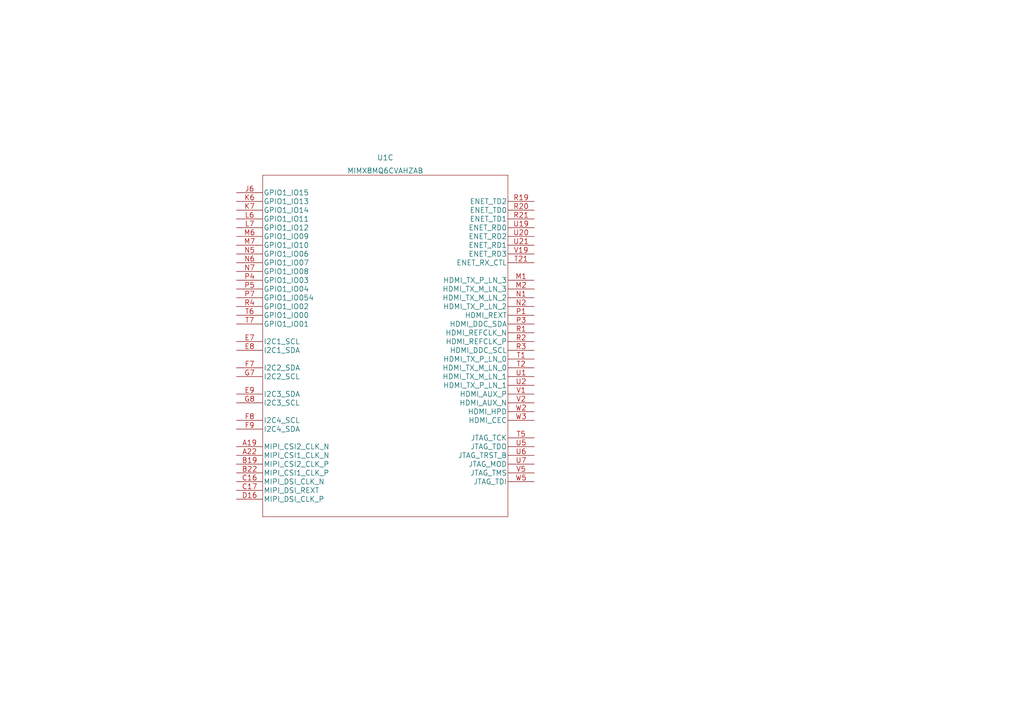
<source format=kicad_sch>
(kicad_sch (version 20230121) (generator eeschema)
  (paper "A4")
  (lib_symbols
    (symbol "_MIMX8MQ6CVAHZAB:MIMX8MQ6CVAHZAB" (pin_names (offset 0.254))
      (property "Reference" "U" (at 27.94 12.7 0))
      (property "Value" "MIMX8MQ6CVAHZAB" (at 27.94 10.16 0))
      (symbol "MIMX8MQ6CVAHZAB_1_1"
        (pin bidirectional line (at 0 0 0) (length 7.62) (name "CLK1_P") (number "R23"))
        (pin bidirectional line (at 55.88 -7.62 180) (length 7.62) (name "CLK2_P") (number "T22"))
        (pin bidirectional line (at 0 -2.54 0) (length 7.62) (name "CLK1_N") (number "T23"))
        (pin bidirectional line (at 55.88 -10.16 180) (length 7.62) (name "CLK2_N") (number "U22"))
        (pin bidirectional line (at 55.88 0 180) (length 7.62) (name "BOOT_MODE1") (number "V6"))
        (pin bidirectional line (at 55.88 -2.54 180) (length 7.62) (name "BOOT_MODE0") (number "W6"))
      )
      (symbol "MIMX8MQ6CVAHZAB_2_1"
        (pin bidirectional line (at 76.2 -91.44 180) (length 7.62) (name "ECSPI1_MOSI") (number "A4"))
        (pin bidirectional line (at 76.2 -93.98 180) (length 7.62) (name "ECSPI2_SS0") (number "A5"))
        (pin bidirectional line (at 0 -2.54 0) (length 7.62) (name "DRAM_DQ22") (number "AA1"))
        (pin bidirectional line (at 0 -78.74 0) (length 7.62) (name "DRAM_AC27") (number "AA12"))
        (pin bidirectional line (at 0 -81.28 0) (length 7.62) (name "DRAM_ZN") (number "AA13"))
        (pin bidirectional line (at 0 -83.82 0) (length 7.62) (name "DRAM_DQ15") (number "AA17"))
        (pin bidirectional line (at 0 -86.36 0) (length 7.62) (name "DRAM_DQ12") (number "AA18"))
        (pin bidirectional line (at 0 -88.9 0) (length 7.62) (name "DRAM_DQ14") (number "AA19"))
        (pin bidirectional line (at 0 -5.08 0) (length 7.62) (name "DRAM_DQ20") (number "AA2"))
        (pin bidirectional line (at 0 -91.44 0) (length 7.62) (name "DRAM_DQ11") (number "AA20"))
        (pin bidirectional line (at 0 -93.98 0) (length 7.62) (name "DRAM_DQ09") (number "AA22"))
        (pin bidirectional line (at 0 -96.52 0) (length 7.62) (name "DRAM_DQ10") (number "AA23"))
        (pin bidirectional line (at 0 -99.06 0) (length 7.62) (name "DRAM_DQ04") (number "AA24"))
        (pin bidirectional line (at 0 -101.6 0) (length 7.62) (name "DRAM_DQ06") (number "AA25"))
        (pin bidirectional line (at 0 -7.62 0) (length 7.62) (name "DRAM_DQ26") (number "AA3"))
        (pin bidirectional line (at 0 -10.16 0) (length 7.62) (name "DRAM_DQ25") (number "AA4"))
        (pin bidirectional line (at 0 -12.7 0) (length 7.62) (name "DRAM_DQ27") (number "AA6"))
        (pin bidirectional line (at 0 -15.24 0) (length 7.62) (name "DRAM_DQ30") (number "AA7"))
        (pin bidirectional line (at 0 -17.78 0) (length 7.62) (name "DRAM_DQ28") (number "AA8"))
        (pin bidirectional line (at 0 -20.32 0) (length 7.62) (name "DRAM_DQ31") (number "AA9"))
        (pin bidirectional line (at 0 -22.86 0) (length 7.62) (name "DRAM_DQ23") (number "AB1"))
        (pin bidirectional line (at 0 -104.14 0) (length 7.62) (name "DRAM_AC35") (number "AB10"))
        (pin bidirectional line (at 0 -106.68 0) (length 7.62) (name "DRAM_AC26") (number "AB12"))
        (pin bidirectional line (at 0 -109.22 0) (length 7.62) (name "DRAM_RESET_N") (number "AB13"))
        (pin bidirectional line (at 0 -111.76 0) (length 7.62) (name "DRAM_AC19") (number "AB14"))
        (pin bidirectional line (at 0 -114.3 0) (length 7.62) (name "DRAM_AC07") (number "AB15"))
        (pin bidirectional line (at 0 -116.84 0) (length 7.62) (name "DRAM_AC14") (number "AB16"))
        (pin bidirectional line (at 0 -119.38 0) (length 7.62) (name "DRAM_DQ13") (number "AB19"))
        (pin bidirectional line (at 0 -121.92 0) (length 7.62) (name "DRAM_DM1") (number "AB20"))
        (pin bidirectional line (at 0 -124.46 0) (length 7.62) (name "DRAM_DQS1_P") (number "AB21"))
        (pin bidirectional line (at 76.2 0 180) (length 7.62) (name "DRAM_DQ08") (number "AB22"))
        (pin bidirectional line (at 76.2 -2.54 180) (length 7.62) (name "DRAM_DQ07") (number "AB25"))
        (pin bidirectional line (at 0 -25.4 0) (length 7.62) (name "DRAM_DQ24") (number "AB4"))
        (pin bidirectional line (at 0 -27.94 0) (length 7.62) (name "DRAM_DQS3_P") (number "AB5"))
        (pin bidirectional line (at 0 -30.48 0) (length 7.62) (name "DRAM_DM3") (number "AB6"))
        (pin bidirectional line (at 0 -33.02 0) (length 7.62) (name "DRAM_DQ29") (number "AB7"))
        (pin bidirectional line (at 0 -35.56 0) (length 7.62) (name "DRAM_DQS2_N") (number "AC1"))
        (pin bidirectional line (at 76.2 -5.08 180) (length 7.62) (name "DRAM_AC34") (number "AC10"))
        (pin bidirectional line (at 76.2 -7.62 180) (length 7.62) (name "DRAM_AC38") (number "AC11"))
        (pin bidirectional line (at 76.2 -10.16 180) (length 7.62) (name "DRAM_AC36") (number "AC12"))
        (pin bidirectional line (at 76.2 -12.7 180) (length 7.62) (name "DRAM_ALERT_N") (number "AC13"))
        (pin bidirectional line (at 76.2 -15.24 180) (length 7.62) (name "DRAM_AC15") (number "AC15"))
        (pin bidirectional line (at 76.2 -17.78 180) (length 7.62) (name "DRAM_AC00") (number "AC16"))
        (pin bidirectional line (at 76.2 -20.32 180) (length 7.62) (name "DRAM_AC03") (number "AC18"))
        (pin bidirectional line (at 0 -38.1 0) (length 7.62) (name "DRAM_DQS2_P") (number "AC2"))
        (pin bidirectional line (at 76.2 -22.86 180) (length 7.62) (name "DRAM_DQS1_N") (number "AC21"))
        (pin bidirectional line (at 76.2 -25.4 180) (length 7.62) (name "DRAM_DQS0_P") (number "AC24"))
        (pin bidirectional line (at 76.2 -27.94 180) (length 7.62) (name "DRAM_DQS0_N") (number "AC25"))
        (pin bidirectional line (at 0 -40.64 0) (length 7.62) (name "DRAM_DQS3_N") (number "AC5"))
        (pin bidirectional line (at 0 -43.18 0) (length 7.62) (name "DRAM_AC28") (number "AC7"))
        (pin bidirectional line (at 0 -45.72 0) (length 7.62) (name "DRAM_AC23") (number "AC9"))
        (pin bidirectional line (at 76.2 -30.48 180) (length 7.62) (name "DRAM_AC20") (number "AD10"))
        (pin bidirectional line (at 76.2 -33.02 180) (length 7.62) (name "DRAM_AC24") (number "AD12"))
        (pin bidirectional line (at 76.2 -35.56 180) (length 7.62) (name "DRAM_AC04") (number "AD14"))
        (pin bidirectional line (at 76.2 -38.1 180) (length 7.62) (name "DRAM_AC17") (number "AD15"))
        (pin bidirectional line (at 76.2 -40.64 180) (length 7.62) (name "DRAM_AC08") (number "AD17"))
        (pin bidirectional line (at 76.2 -43.18 180) (length 7.62) (name "DRAM_AC12") (number "AD19"))
        (pin bidirectional line (at 0 -48.26 0) (length 7.62) (name "DRAM_DQ17") (number "AD2"))
        (pin bidirectional line (at 76.2 -45.72 180) (length 7.62) (name "DRAM_AC10") (number "AD20"))
        (pin bidirectional line (at 76.2 -48.26 180) (length 7.62) (name "DRAM_DQ03") (number "AD22"))
        (pin bidirectional line (at 76.2 -50.8 180) (length 7.62) (name "DRAM_DM0") (number "AD23"))
        (pin bidirectional line (at 76.2 -53.34 180) (length 7.62) (name "DRAM_DQ01") (number "AD24"))
        (pin bidirectional line (at 0 -50.8 0) (length 7.62) (name "DRAM_DM2") (number "AD3"))
        (pin bidirectional line (at 0 -53.34 0) (length 7.62) (name "DRAM_DQ19") (number "AD4"))
        (pin bidirectional line (at 0 -55.88 0) (length 7.62) (name "DRAM_AC31") (number "AD6"))
        (pin bidirectional line (at 0 -58.42 0) (length 7.62) (name "DRAM_AC22") (number "AD8"))
        (pin bidirectional line (at 76.2 -55.88 180) (length 7.62) (name "DRAM_AC21") (number "AE10"))
        (pin bidirectional line (at 76.2 -58.42 180) (length 7.62) (name "DRAM_AC37") (number "AE11"))
        (pin bidirectional line (at 76.2 -60.96 180) (length 7.62) (name "DRAM_AC25") (number "AE12"))
        (pin bidirectional line (at 76.2 -63.5 180) (length 7.62) (name "DRAM_AC06") (number "AE13"))
        (pin bidirectional line (at 76.2 -66.04 180) (length 7.62) (name "DRAM_AC05") (number "AE14"))
        (pin bidirectional line (at 76.2 -68.58 180) (length 7.62) (name "DRAM_AC16") (number "AE15"))
        (pin bidirectional line (at 76.2 -71.12 180) (length 7.62) (name "DRAM_AC09") (number "AE16"))
        (pin bidirectional line (at 76.2 -73.66 180) (length 7.62) (name "DRAM_AC01") (number "AE17"))
        (pin bidirectional line (at 76.2 -76.2 180) (length 7.62) (name "DRAM_AC02") (number "AE18"))
        (pin bidirectional line (at 76.2 -78.74 180) (length 7.62) (name "DRAM_AC13") (number "AE19"))
        (pin bidirectional line (at 76.2 -81.28 180) (length 7.62) (name "DRAM_AC11") (number "AE20"))
        (pin bidirectional line (at 76.2 -83.82 180) (length 7.62) (name "DRAM_DQ02") (number "AE22"))
        (pin bidirectional line (at 76.2 -86.36 180) (length 7.62) (name "DRAM_DQ00") (number "AE23"))
        (pin bidirectional line (at 0 -60.96 0) (length 7.62) (name "DRAM_DQ16") (number "AE3"))
        (pin bidirectional line (at 0 -63.5 0) (length 7.62) (name "DRAM_DQ18") (number "AE4"))
        (pin bidirectional line (at 0 -66.04 0) (length 7.62) (name "DRAM_AC30") (number "AE6"))
        (pin bidirectional line (at 0 -68.58 0) (length 7.62) (name "DRAM_AC29") (number "AE7"))
        (pin bidirectional line (at 0 -71.12 0) (length 7.62) (name "DRAM_AC32") (number "AE8"))
        (pin bidirectional line (at 0 -73.66 0) (length 7.62) (name "DRAM_AC33") (number "AE9"))
        (pin bidirectional line (at 76.2 -96.52 180) (length 7.62) (name "ECSPI1_MISO") (number "B4"))
        (pin bidirectional line (at 76.2 -99.06 180) (length 7.62) (name "ECSPI2_MISO") (number "B5"))
        (pin bidirectional line (at 76.2 -101.6 180) (length 7.62) (name "ECSPI2_SCLK") (number "C5"))
        (pin bidirectional line (at 76.2 -104.14 180) (length 7.62) (name "ECSPI1_SS0") (number "D4"))
        (pin bidirectional line (at 76.2 -106.68 180) (length 7.62) (name "ECSPI1_SCLK") (number "D5"))
        (pin bidirectional line (at 76.2 -109.22 180) (length 7.62) (name "ECSPI2_MOSI") (number "E5"))
        (pin bidirectional line (at 76.2 -114.3 180) (length 7.62) (name "ENET_MDIO") (number "N19"))
        (pin bidirectional line (at 76.2 -116.84 180) (length 7.62) (name "ENET_MDC") (number "N20"))
        (pin bidirectional line (at 76.2 -119.38 180) (length 7.62) (name "ENET_TX_CTL") (number "P19"))
        (pin bidirectional line (at 76.2 -127 180) (length 7.62) (name "ENET_TD3") (number "P20"))
        (pin bidirectional line (at 76.2 -121.92 180) (length 7.62) (name "ENET_TXC") (number "T19"))
        (pin bidirectional line (at 76.2 -124.46 180) (length 7.62) (name "ENET_RXC") (number "T20"))
        (pin bidirectional line (at 0 0 0) (length 7.62) (name "DRAM_DQ21") (number "Y1"))
        (pin bidirectional line (at 0 -76.2 0) (length 7.62) (name "DRAM_DQ05") (number "Y25"))
      )
      (symbol "MIMX8MQ6CVAHZAB_3_1"
        (pin bidirectional line (at 0 -73.66 0) (length 7.62) (name "MIPI_CSI2_CLK_N") (number "A19"))
        (pin bidirectional line (at 0 -76.2 0) (length 7.62) (name "MIPI_CSI1_CLK_N") (number "A22"))
        (pin bidirectional line (at 0 -78.74 0) (length 7.62) (name "MIPI_CSI2_CLK_P") (number "B19"))
        (pin bidirectional line (at 0 -81.28 0) (length 7.62) (name "MIPI_CSI1_CLK_P") (number "B22"))
        (pin unspecified line (at 0 -83.82 0) (length 7.62) (name "MIPI_DSI_CLK_N") (number "C16"))
        (pin unspecified line (at 0 -86.36 0) (length 7.62) (name "MIPI_DSI_REXT") (number "C17"))
        (pin unspecified line (at 0 -88.9 0) (length 7.62) (name "MIPI_DSI_CLK_P") (number "D16"))
        (pin bidirectional line (at 0 -43.18 0) (length 7.62) (name "I2C1_SCL") (number "E7"))
        (pin bidirectional line (at 0 -45.72 0) (length 7.62) (name "I2C1_SDA") (number "E8"))
        (pin bidirectional line (at 0 -58.42 0) (length 7.62) (name "I2C3_SDA") (number "E9"))
        (pin bidirectional line (at 0 -50.8 0) (length 7.62) (name "I2C2_SDA") (number "F7"))
        (pin bidirectional line (at 0 -66.04 0) (length 7.62) (name "I2C4_SCL") (number "F8"))
        (pin bidirectional line (at 0 -68.58 0) (length 7.62) (name "I2C4_SDA") (number "F9"))
        (pin bidirectional line (at 0 -53.34 0) (length 7.62) (name "I2C2_SCL") (number "G7"))
        (pin bidirectional line (at 0 -60.96 0) (length 7.62) (name "I2C3_SCL") (number "G8"))
        (pin bidirectional line (at 0 0 0) (length 7.62) (name "GPIO1_IO15") (number "J6"))
        (pin bidirectional line (at 0 -2.54 0) (length 7.62) (name "GPIO1_IO13") (number "K6"))
        (pin bidirectional line (at 0 -5.08 0) (length 7.62) (name "GPIO1_IO14") (number "K7"))
        (pin bidirectional line (at 0 -7.62 0) (length 7.62) (name "GPIO1_IO11") (number "L6"))
        (pin bidirectional line (at 0 -10.16 0) (length 7.62) (name "GPIO1_IO12") (number "L7"))
        (pin bidirectional line (at 86.36 -25.4 180) (length 7.62) (name "HDMI_TX_P_LN_3") (number "M1"))
        (pin bidirectional line (at 86.36 -27.94 180) (length 7.62) (name "HDMI_TX_M_LN_3") (number "M2"))
        (pin bidirectional line (at 0 -12.7 0) (length 7.62) (name "GPIO1_IO09") (number "M6"))
        (pin bidirectional line (at 0 -15.24 0) (length 7.62) (name "GPIO1_IO10") (number "M7"))
        (pin bidirectional line (at 86.36 -30.48 180) (length 7.62) (name "HDMI_TX_M_LN_2") (number "N1"))
        (pin bidirectional line (at 86.36 -33.02 180) (length 7.62) (name "HDMI_TX_P_LN_2") (number "N2"))
        (pin bidirectional line (at 0 -17.78 0) (length 7.62) (name "GPIO1_IO06") (number "N5"))
        (pin bidirectional line (at 0 -20.32 0) (length 7.62) (name "GPIO1_IO07") (number "N6"))
        (pin bidirectional line (at 0 -22.86 0) (length 7.62) (name "GPIO1_IO08") (number "N7"))
        (pin unspecified line (at 86.36 -35.56 180) (length 7.62) (name "HDMI_REXT") (number "P1"))
        (pin unspecified line (at 86.36 -38.1 180) (length 7.62) (name "HDMI_DDC_SDA") (number "P3"))
        (pin bidirectional line (at 0 -25.4 0) (length 7.62) (name "GPIO1_IO03") (number "P4"))
        (pin bidirectional line (at 0 -27.94 0) (length 7.62) (name "GPIO1_IO04") (number "P5"))
        (pin bidirectional line (at 0 -30.48 0) (length 7.62) (name "GPIO1_IO054") (number "P7"))
        (pin unspecified line (at 86.36 -40.64 180) (length 7.62) (name "HDMI_REFCLK_N") (number "R1"))
        (pin bidirectional line (at 86.36 -2.54 180) (length 7.62) (name "ENET_TD2") (number "R19"))
        (pin unspecified line (at 86.36 -43.18 180) (length 7.62) (name "HDMI_REFCLK_P") (number "R2"))
        (pin bidirectional line (at 86.36 -5.08 180) (length 7.62) (name "ENET_TD0") (number "R20"))
        (pin bidirectional line (at 86.36 -7.62 180) (length 7.62) (name "ENET_TD1") (number "R21"))
        (pin unspecified line (at 86.36 -45.72 180) (length 7.62) (name "HDMI_DDC_SCL") (number "R3"))
        (pin bidirectional line (at 0 -33.02 0) (length 7.62) (name "GPIO1_IO02") (number "R4"))
        (pin bidirectional line (at 86.36 -48.26 180) (length 7.62) (name "HDMI_TX_P_LN_0") (number "T1"))
        (pin bidirectional line (at 86.36 -50.8 180) (length 7.62) (name "HDMI_TX_M_LN_0") (number "T2"))
        (pin bidirectional line (at 86.36 -20.32 180) (length 7.62) (name "ENET_RX_CTL") (number "T21"))
        (pin unspecified line (at 86.36 -71.12 180) (length 7.62) (name "JTAG_TCK") (number "T5"))
        (pin bidirectional line (at 0 -35.56 0) (length 7.62) (name "GPIO1_IO00") (number "T6"))
        (pin bidirectional line (at 0 -38.1 0) (length 7.62) (name "GPIO1_IO01") (number "T7"))
        (pin bidirectional line (at 86.36 -53.34 180) (length 7.62) (name "HDMI_TX_M_LN_1") (number "U1"))
        (pin bidirectional line (at 86.36 -10.16 180) (length 7.62) (name "ENET_RD0") (number "U19"))
        (pin bidirectional line (at 86.36 -55.88 180) (length 7.62) (name "HDMI_TX_P_LN_1") (number "U2"))
        (pin bidirectional line (at 86.36 -12.7 180) (length 7.62) (name "ENET_RD2") (number "U20"))
        (pin bidirectional line (at 86.36 -15.24 180) (length 7.62) (name "ENET_RD1") (number "U21"))
        (pin unspecified line (at 86.36 -73.66 180) (length 7.62) (name "JTAG_TDO") (number "U5"))
        (pin unspecified line (at 86.36 -76.2 180) (length 7.62) (name "JTAG_TRST_B") (number "U6"))
        (pin unspecified line (at 86.36 -78.74 180) (length 7.62) (name "JTAG_MOD") (number "U7"))
        (pin unspecified line (at 86.36 -58.42 180) (length 7.62) (name "HDMI_AUX_P") (number "V1"))
        (pin bidirectional line (at 86.36 -17.78 180) (length 7.62) (name "ENET_RD3") (number "V19"))
        (pin unspecified line (at 86.36 -60.96 180) (length 7.62) (name "HDMI_AUX_N") (number "V2"))
        (pin unspecified line (at 86.36 -81.28 180) (length 7.62) (name "JTAG_TMS") (number "V5"))
        (pin unspecified line (at 86.36 -63.5 180) (length 7.62) (name "HDMI_HPD") (number "W2"))
        (pin unspecified line (at 86.36 -66.04 180) (length 7.62) (name "HDMI_CEC") (number "W3"))
        (pin unspecified line (at 86.36 -83.82 180) (length 7.62) (name "JTAG_TDI") (number "W5"))
      )
      (symbol "MIMX8MQ6CVAHZAB_4_1"
        (pin bidirectional line (at 96.52 0 180) (length 7.62) (name "MIPI_DSI_D3_N") (number "A15"))
        (pin bidirectional line (at 96.52 -2.54 180) (length 7.62) (name "MIPI_DSI_D1_N") (number "A16"))
        (pin bidirectional line (at 96.52 -5.08 180) (length 7.62) (name "MIPI_DSI_D0_N") (number "A17"))
        (pin bidirectional line (at 96.52 -7.62 180) (length 7.62) (name "MIPI_DSI_D2_N") (number "A18"))
        (pin bidirectional line (at 96.52 -10.16 180) (length 7.62) (name "MIPI_CSI2_D1_N") (number "A20"))
        (pin bidirectional line (at 96.52 -12.7 180) (length 7.62) (name "MIPI_CSI2_D2_N") (number "A21"))
        (pin bidirectional line (at 96.52 -15.24 180) (length 7.62) (name "MIPI_CSI1_D0_N") (number "A23"))
        (pin bidirectional line (at 0 -83.82 0) (length 7.62) (name "SAI1_MCLK") (number "A3"))
        (pin bidirectional line (at 96.52 -17.78 180) (length 7.62) (name "MIPI_DSI_D3_P") (number "B15"))
        (pin bidirectional line (at 96.52 -20.32 180) (length 7.62) (name "MIPI_DSI_D1_P") (number "B16"))
        (pin bidirectional line (at 96.52 -22.86 180) (length 7.62) (name "MIPI_DSI_D0_P") (number "B17"))
        (pin bidirectional line (at 96.52 -25.4 180) (length 7.62) (name "MIPI_DSI_D2_P") (number "B18"))
        (pin bidirectional line (at 96.52 -27.94 180) (length 7.62) (name "MIPI_CSI2_D1_P") (number "B20"))
        (pin bidirectional line (at 96.52 -30.48 180) (length 7.62) (name "MIPI_CSI2_D2_P") (number "B21"))
        (pin bidirectional line (at 96.52 -33.02 180) (length 7.62) (name "MIPI_CSI1_D0_P") (number "B23"))
        (pin bidirectional line (at 96.52 -35.56 180) (length 7.62) (name "MIPI_CSI1_D2_N") (number "B24"))
        (pin bidirectional line (at 96.52 -38.1 180) (length 7.62) (name "MIPI_CSI2_D3_N") (number "C19"))
        (pin bidirectional line (at 96.52 -40.64 180) (length 7.62) (name "MIPI_CSI2_D0_N") (number "C20"))
        (pin bidirectional line (at 96.52 -43.18 180) (length 7.62) (name "MIPI_CSI1_D3_N") (number "C21"))
        (pin bidirectional line (at 96.52 -45.72 180) (length 7.62) (name "MIPI_CSI1_D1_N") (number "C22"))
        (pin bidirectional line (at 96.52 -48.26 180) (length 7.62) (name "MIPI_CSI1_D2_P") (number "C23"))
        (pin bidirectional line (at 96.52 -63.5 180) (length 7.62) (name "PCIE2_RESREF") (number "C25"))
        (pin bidirectional line (at 96.52 -50.8 180) (length 7.62) (name "MIPI_CSI2_D3_P") (number "D19"))
        (pin bidirectional line (at 96.52 -53.34 180) (length 7.62) (name "MIPI_CSI2_D0_P") (number "D20"))
        (pin bidirectional line (at 96.52 -55.88 180) (length 7.62) (name "MIPI_CSI1_D3_P") (number "D21"))
        (pin bidirectional line (at 96.52 -58.42 180) (length 7.62) (name "MIPI_CSI1_D1_P") (number "D22"))
        (pin bidirectional line (at 96.52 -66.04 180) (length 7.62) (name "PCIE2_RXN_N") (number "D24"))
        (pin bidirectional line (at 96.52 -68.58 180) (length 7.62) (name "PCIE2_RXN_P") (number "D25"))
        (pin bidirectional line (at 0 -86.36 0) (length 7.62) (name "SAI1_TXC") (number "E1"))
        (pin bidirectional line (at 96.52 -71.12 180) (length 7.62) (name "PCIE2_TXN_N") (number "E24"))
        (pin bidirectional line (at 96.52 -73.66 180) (length 7.62) (name "PCIE2_TXN_P") (number "E25"))
        (pin bidirectional line (at 0 0 0) (length 7.62) (name "NAND_CE2_B") (number "F21"))
        (pin bidirectional line (at 96.52 -76.2 180) (length 7.62) (name "PCIE2_REF_PAD_C_LK_N") (number "F24"))
        (pin bidirectional line (at 96.52 -78.74 180) (length 7.62) (name "PCIE2_REF_PAD_C_LK_P") (number "F25"))
        (pin unspecified line (at 0 -2.54 0) (length 7.62) (name "NAND_ALE") (number "G19"))
        (pin bidirectional line (at 0 -5.08 0) (length 7.62) (name "NAND_DATA00") (number "G20"))
        (pin bidirectional line (at 0 -7.62 0) (length 7.62) (name "NAND_CE1_B") (number "G21"))
        (pin bidirectional line (at 96.52 -81.28 180) (length 7.62) (name "PCIE1_RESREF") (number "G25"))
        (pin bidirectional line (at 0 -88.9 0) (length 7.62) (name "SAI1_TXFS") (number "H1"))
        (pin bidirectional line (at 0 -10.16 0) (length 7.62) (name "NAND_CE0_B") (number "H19"))
        (pin bidirectional line (at 0 -12.7 0) (length 7.62) (name "NAND_CE3_B") (number "H20"))
        (pin unspecified line (at 0 -15.24 0) (length 7.62) (name "NAND_CLE") (number "H21"))
        (pin bidirectional line (at 0 -17.78 0) (length 7.62) (name "NAND_DATA02") (number "H22"))
        (pin bidirectional line (at 96.52 -83.82 180) (length 7.62) (name "PCIE1_RXN_N") (number "H24"))
        (pin bidirectional line (at 96.52 -86.36 180) (length 7.62) (name "PCIE1_RXN_P") (number "H25"))
        (pin bidirectional line (at 0 -20.32 0) (length 7.62) (name "NAND_DATA01") (number "J20"))
        (pin bidirectional line (at 0 -22.86 0) (length 7.62) (name "NAND_DATA03") (number "J21"))
        (pin bidirectional line (at 0 -25.4 0) (length 7.62) (name "NAND_DATA05") (number "J22"))
        (pin bidirectional line (at 96.52 -88.9 180) (length 7.62) (name "PCIE1_TXN_N") (number "J24"))
        (pin bidirectional line (at 96.52 -91.44 180) (length 7.62) (name "PCIE1_TXN_P") (number "J25"))
        (pin bidirectional line (at 0 -91.44 0) (length 7.62) (name "SAI1_RXC") (number "K1"))
        (pin unspecified line (at 0 -27.94 0) (length 7.62) (name "NAND_RE_B") (number "K19"))
        (pin unspecified line (at 0 -30.48 0) (length 7.62) (name "NAND_READY_B") (number "K20"))
        (pin unspecified line (at 0 -33.02 0) (length 7.62) (name "NAND_WP_B") (number "K21"))
        (pin unspecified line (at 0 -35.56 0) (length 7.62) (name "NAND_WE_B") (number "K22"))
        (pin bidirectional line (at 96.52 -93.98 180) (length 7.62) (name "PCIE1_REF_PAD_C_LK_N") (number "K24"))
        (pin bidirectional line (at 96.52 -96.52 180) (length 7.62) (name "PCIE1_REF_PAD_C_LK_P") (number "K25"))
        (pin bidirectional line (at 0 -93.98 0) (length 7.62) (name "SAI1_RXFS") (number "L1"))
        (pin bidirectional line (at 0 -38.1 0) (length 7.62) (name "NAND_DATA06") (number "L19"))
        (pin bidirectional line (at 0 -40.64 0) (length 7.62) (name "NAND_DATA04") (number "L20"))
        (pin power_in line (at 0 -50.8 0) (length 7.62) (name "NVCC_SD1") (number "L23"))
        (pin bidirectional line (at 0 -43.18 0) (length 7.62) (name "NAND_DATA07") (number "M19"))
        (pin unspecified line (at 0 -45.72 0) (length 7.62) (name "NAND_DQS") (number "M20"))
        (pin power_in line (at 0 -53.34 0) (length 7.62) (name "NVCC_SD1") (number "M23"))
        (pin power_in line (at 0 -58.42 0) (length 7.62) (name "NVCC_SD2") (number "N23"))
        (pin unspecified line (at 0 -66.04 0) (length 7.62) (name "PMIC_ON_REQ") (number "V20"))
        (pin unspecified line (at 0 -68.58 0) (length 7.62) (name "PMIC_STBY_REQ") (number "V21"))
        (pin unspecified line (at 0 -76.2 0) (length 7.62) (name "RTC") (number "V22"))
        (pin unspecified line (at 0 -78.74 0) (length 7.62) (name "RTC_RESET_B") (number "W19"))
        (pin unspecified line (at 0 -71.12 0) (length 7.62) (name "POR_B") (number "W20"))
        (pin unspecified line (at 0 -60.96 0) (length 7.62) (name "ONOFF") (number "W21"))
      )
      (symbol "MIMX8MQ6CVAHZAB_5_1"
        (pin bidirectional line (at 0 -93.98 0) (length 7.62) (name "USB1_RESREF") (number "A11"))
        (pin bidirectional line (at 0 -96.52 0) (length 7.62) (name "USB1_RX_P") (number "A12"))
        (pin bidirectional line (at 0 -99.06 0) (length 7.62) (name "USB1_TX_P") (number "A13"))
        (pin bidirectional line (at 0 -101.6 0) (length 7.62) (name "USB1_DP") (number "A14"))
        (pin bidirectional line (at 76.2 -86.36 180) (length 7.62) (name "UART3_RXD") (number "A6"))
        (pin bidirectional line (at 76.2 -88.9 180) (length 7.62) (name "UART1_TXD") (number "A7"))
        (pin bidirectional line (at 0 -104.14 0) (length 7.62) (name "USB1_RX_N") (number "B12"))
        (pin bidirectional line (at 0 -106.68 0) (length 7.62) (name "USB1_TX_N") (number "B13"))
        (pin bidirectional line (at 0 -109.22 0) (length 7.62) (name "USB1_DN") (number "B14"))
        (pin bidirectional line (at 76.2 0 180) (length 7.62) (name "SAI1_TXD2") (number "B2"))
        (pin bidirectional line (at 76.2 -2.54 180) (length 7.62) (name "SAI1_TXD6") (number "B3"))
        (pin bidirectional line (at 76.2 -91.44 180) (length 7.62) (name "UART2_RXD") (number "B6"))
        (pin bidirectional line (at 76.2 -93.98 180) (length 7.62) (name "UART3_TXD") (number "B7"))
        (pin bidirectional line (at 76.2 -5.08 180) (length 7.62) (name "SAI1_TXD7") (number "C1"))
        (pin bidirectional line (at 0 -111.76 0) (length 7.62) (name "USB1_ID") (number "C14"))
        (pin bidirectional line (at 76.2 -7.62 180) (length 7.62) (name "SAI1_TXD5") (number "C2"))
        (pin bidirectional line (at 0 -22.86 0) (length 7.62) (name "SAI3_TXD") (number "C3"))
        (pin bidirectional line (at 0 -25.4 0) (length 7.62) (name "SAI3_TXC") (number "C4"))
        (pin bidirectional line (at 76.2 -96.52 180) (length 7.62) (name "UART4_RXD") (number "C6"))
        (pin bidirectional line (at 76.2 -99.06 180) (length 7.62) (name "UART1_RXD") (number "C7"))
        (pin bidirectional line (at 76.2 -10.16 180) (length 7.62) (name "SAI1_TXD3") (number "D1"))
        (pin bidirectional line (at 0 -114.3 0) (length 7.62) (name "USB1_VBUS") (number "D14"))
        (pin bidirectional line (at 76.2 -12.7 180) (length 7.62) (name "SAI1_TXD4") (number "D2"))
        (pin bidirectional line (at 0 -27.94 0) (length 7.62) (name "SAI3_MCLK") (number "D3"))
        (pin bidirectional line (at 76.2 -101.6 180) (length 7.62) (name "UART2_TXD") (number "D6"))
        (pin bidirectional line (at 76.2 -104.14 180) (length 7.62) (name "UART4_TXD") (number "D7"))
        (pin bidirectional line (at 76.2 -15.24 180) (length 7.62) (name "SAI1_TXD1") (number "E2"))
        (pin unspecified line (at 0 -81.28 0) (length 7.62) (name "SPDIF_EXT_CLK") (number "E6"))
        (pin bidirectional line (at 76.2 -17.78 180) (length 7.62) (name "SAI1_RXD5") (number "F1"))
        (pin bidirectional line (at 76.2 -20.32 180) (length 7.62) (name "SAI1_TXD0") (number "F2"))
        (pin bidirectional line (at 0 -30.48 0) (length 7.62) (name "SAI3_RXD") (number "F3"))
        (pin bidirectional line (at 0 -33.02 0) (length 7.62) (name "SAI3_RXC") (number "F4"))
        (pin unspecified line (at 0 -83.82 0) (length 7.62) (name "SPDIF_TX") (number "F6"))
        (pin bidirectional line (at 76.2 -22.86 180) (length 7.62) (name "SAI1_RXD7") (number "G1"))
        (pin bidirectional line (at 76.2 -25.4 180) (length 7.62) (name "SAI1_RXD6") (number "G2"))
        (pin bidirectional line (at 0 -35.56 0) (length 7.62) (name "SAI3_TXFS") (number "G3"))
        (pin bidirectional line (at 0 -38.1 0) (length 7.62) (name "SAI3_RXFS") (number "G4"))
        (pin bidirectional line (at 0 -15.24 0) (length 7.62) (name "SAI2_TXD0") (number "G5"))
        (pin unspecified line (at 0 -86.36 0) (length 7.62) (name "SPDIF_RX") (number "G6"))
        (pin bidirectional line (at 76.2 -27.94 180) (length 7.62) (name "SAI1_RXD2") (number "H2"))
        (pin bidirectional line (at 0 0 0) (length 7.62) (name "SAI2_RXC") (number "H3"))
        (pin bidirectional line (at 0 -2.54 0) (length 7.62) (name "SAI2_TXFS") (number "H4"))
        (pin bidirectional line (at 0 -5.08 0) (length 7.62) (name "SAI2_MCLK") (number "H5"))
        (pin bidirectional line (at 0 -17.78 0) (length 7.62) (name "SAI2_RXD0") (number "H6"))
        (pin bidirectional line (at 76.2 -30.48 180) (length 7.62) (name "SAI1_RXD4") (number "J1"))
        (pin bidirectional line (at 76.2 -33.02 180) (length 7.62) (name "SAI1_RXD3") (number "J2"))
        (pin bidirectional line (at 0 -7.62 0) (length 7.62) (name "SAI2_RXFS") (number "J4"))
        (pin bidirectional line (at 0 -10.16 0) (length 7.62) (name "SAI2_TXC") (number "J5"))
        (pin bidirectional line (at 76.2 -35.56 180) (length 7.62) (name "SAI1_RXD0") (number "K2"))
        (pin bidirectional line (at 76.2 -43.18 180) (length 7.62) (name "SAI5_MCLK") (number "K4"))
        (pin bidirectional line (at 0 -43.18 0) (length 7.62) (name "SAI5_RXD3") (number "K5"))
        (pin bidirectional line (at 76.2 -38.1 180) (length 7.62) (name "SAI1_RXD1") (number "L2"))
        (pin bidirectional line (at 0 -55.88 0) (length 7.62) (name "SD2_CD_B") (number "L21"))
        (pin bidirectional line (at 0 -58.42 0) (length 7.62) (name "SD2_CLK") (number "L22"))
        (pin bidirectional line (at 76.2 -53.34 180) (length 7.62) (name "SD1_CMD") (number "L24"))
        (pin bidirectional line (at 76.2 -55.88 180) (length 7.62) (name "SD1_CLK") (number "L25"))
        (pin bidirectional line (at 0 -45.72 0) (length 7.62) (name "SAI5_RXD1") (number "L4"))
        (pin bidirectional line (at 76.2 -45.72 180) (length 7.62) (name "SAI5_RXC") (number "L5"))
        (pin bidirectional line (at 0 -60.96 0) (length 7.62) (name "SD2_WP") (number "M21"))
        (pin bidirectional line (at 0 -63.5 0) (length 7.62) (name "SD2_CMD") (number "M22"))
        (pin bidirectional line (at 76.2 -58.42 180) (length 7.62) (name "SD1_DATA1") (number "M24"))
        (pin bidirectional line (at 76.2 -60.96 180) (length 7.62) (name "SD1_DATA0") (number "M25"))
        (pin bidirectional line (at 0 -48.26 0) (length 7.62) (name "SAI5_RXD2") (number "M4"))
        (pin bidirectional line (at 0 -50.8 0) (length 7.62) (name "SAI5_RXD0") (number "M5"))
        (pin bidirectional line (at 0 -66.04 0) (length 7.62) (name "SD2_DATA1") (number "N21"))
        (pin bidirectional line (at 0 -68.58 0) (length 7.62) (name "SD2_DATA0") (number "N22"))
        (pin bidirectional line (at 76.2 -63.5 180) (length 7.62) (name "SD1_DATA4") (number "N24"))
        (pin bidirectional line (at 76.2 -66.04 180) (length 7.62) (name "SD1_DATA2") (number "N25"))
        (pin bidirectional line (at 76.2 -48.26 180) (length 7.62) (name "SAI5_RXFS") (number "N4"))
        (pin bidirectional line (at 0 -71.12 0) (length 7.62) (name "SD2_DATA3") (number "P21"))
        (pin bidirectional line (at 0 -73.66 0) (length 7.62) (name "SD2_DATA2") (number "P22"))
        (pin bidirectional line (at 76.2 -68.58 180) (length 7.62) (name "SD1_DATA5") (number "P24"))
        (pin bidirectional line (at 76.2 -71.12 180) (length 7.62) (name "SD1_DATA3") (number "P25"))
        (pin bidirectional line (at 0 -76.2 0) (length 7.62) (name "SD2_RESET_B") (number "R22"))
        (pin bidirectional line (at 76.2 -73.66 180) (length 7.62) (name "SD1_RESET_B") (number "R24"))
        (pin bidirectional line (at 76.2 -76.2 180) (length 7.62) (name "SD1_DATA6") (number "R25"))
        (pin bidirectional line (at 76.2 -78.74 180) (length 7.62) (name "SD1_STROBE") (number "T24"))
        (pin bidirectional line (at 76.2 -81.28 180) (length 7.62) (name "SD1_DATA7") (number "T25"))
        (pin unspecified line (at 0 -88.9 0) (length 7.62) (name "TEST_MODE") (number "V7"))
      )
      (symbol "MIMX8MQ6CVAHZAB_6_1"
        (pin bidirectional line (at 66.04 -10.16 180) (length 7.62) (name "USB2_DP") (number "A10"))
        (pin bidirectional line (at 66.04 5.08 180) (length 7.62) (name "USB2_RX_P") (number "A8"))
        (pin bidirectional line (at 66.04 2.54 180) (length 7.62) (name "USB2_TX_P") (number "A9"))
        (pin bidirectional line (at 66.04 -12.7 180) (length 7.62) (name "USB2_DN") (number "B10"))
        (pin bidirectional line (at 66.04 -15.24 180) (length 7.62) (name "USB2_RESREF") (number "B11"))
        (pin bidirectional line (at 66.04 0 180) (length 7.62) (name "USB2_RX_N") (number "B8"))
        (pin bidirectional line (at 66.04 -2.54 180) (length 7.62) (name "USB2_TX_N") (number "B9"))
        (pin bidirectional line (at 66.04 -5.08 180) (length 7.62) (name "USB2_ID") (number "C9"))
        (pin bidirectional line (at 66.04 -7.62 180) (length 7.62) (name "USB2_VBUS") (number "D9"))
        (pin unspecified line (at 0 0 0) (length 7.62) (name "XTALO_25M") (number "U24"))
        (pin unspecified line (at 0 -2.54 0) (length 7.62) (name "XTALI_25M") (number "U25"))
        (pin unspecified line (at 0 -5.08 0) (length 7.62) (name "XTALO_27M") (number "V24"))
        (pin unspecified line (at 0 -7.62 0) (length 7.62) (name "XTALI_27M") (number "V25"))
      )
      (symbol "MIMX8MQ6CVAHZAB_7_1"
        (pin power_in line (at 0 -86.36 0) (length 7.62) (name "NVCC_DRAM") (number "AA10"))
        (pin bidirectional line (at 0 0 0) (length 7.62) (name "DRAM_VREF") (number "AA14"))
        (pin power_in line (at 0 -88.9 0) (length 7.62) (name "NVCC_DRAM") (number "AA15"))
        (pin power_in line (at 0 -91.44 0) (length 7.62) (name "NVCC_DRAM") (number "AB17"))
        (pin power_in line (at 0 -93.98 0) (length 7.62) (name "NVCC_DRAM") (number "AB23"))
        (pin power_in line (at 0 -60.96 0) (length 7.62) (name "NVCC_DRAM") (number "AB3"))
        (pin power_in line (at 0 -63.5 0) (length 7.62) (name "NVCC_DRAM") (number "AB8"))
        (pin power_in line (at 0 -96.52 0) (length 7.62) (name "NVCC_DRAM") (number "AC14"))
        (pin power_in line (at 0 -99.06 0) (length 7.62) (name "NVCC_DRAM") (number "AC17"))
        (pin power_in line (at 0 -101.6 0) (length 7.62) (name "NVCC_DRAM") (number "AC20"))
        (pin power_in line (at 0 -104.14 0) (length 7.62) (name "NVCC_DRAM") (number "AC23"))
        (pin power_in line (at 0 -66.04 0) (length 7.62) (name "NVCC_DRAM") (number "AC3"))
        (pin power_in line (at 0 -68.58 0) (length 7.62) (name "NVCC_DRAM") (number "AC6"))
        (pin power_in line (at 0 -71.12 0) (length 7.62) (name "NVCC_DRAM") (number "AC8"))
        (pin power_in line (at 0 -106.68 0) (length 7.62) (name "NVCC_DRAM") (number "AD18"))
        (pin power_in line (at 0 -109.22 0) (length 7.62) (name "NVCC_DRAM") (number "AD21"))
        (pin power_in line (at 0 -73.66 0) (length 7.62) (name "NVCC_DRAM") (number "AD5"))
        (pin power_in line (at 0 -22.86 0) (length 7.62) (name "MIPI_VDDHA") (number "C18"))
        (pin power_in line (at 0 -25.4 0) (length 7.62) (name "MIPI_VDDHA") (number "D17"))
        (pin power_in line (at 0 -27.94 0) (length 7.62) (name "MIPI_VDDHA") (number "D18"))
        (pin power_in line (at 0 -30.48 0) (length 7.62) (name "MIPI_VDD") (number "E15"))
        (pin power_in line (at 0 -33.02 0) (length 7.62) (name "MIPI_VDDA") (number "E17"))
        (pin power_in line (at 0 -35.56 0) (length 7.62) (name "MIPI_VDDA") (number "E18"))
        (pin power_in line (at 0 -38.1 0) (length 7.62) (name "MIPI_VDD") (number "F15"))
        (pin power_in line (at 0 -40.64 0) (length 7.62) (name "MIPI_VDDA") (number "F17"))
        (pin power_in line (at 0 -43.18 0) (length 7.62) (name "MIPI_VDDA") (number "F18"))
        (pin power_in line (at 0 -45.72 0) (length 7.62) (name "MIPI_VDDPLL") (number "F19"))
        (pin power_in line (at 0 -50.8 0) (length 7.62) (name "NVCC_SAI1") (number "K3"))
        (pin power_in line (at 0 -76.2 0) (length 7.62) (name "NVCC_NAND") (number "L18"))
        (pin power_in line (at 0 -53.34 0) (length 7.62) (name "NVCC_SAI1") (number "L3"))
        (pin power_in line (at 0 -78.74 0) (length 7.62) (name "NVCC_NAND") (number "M18"))
        (pin power_in line (at 0 -10.16 0) (length 7.62) (name "HDMI_AVDDIO") (number "P2"))
        (pin power_in line (at 0 -5.08 0) (length 7.62) (name "EFUSE_VQPS") (number "R17"))
        (pin power_in line (at 0 -55.88 0) (length 7.62) (name "NVCC_GPIO1") (number "R5"))
        (pin power_in line (at 0 -58.42 0) (length 7.62) (name "NVCC_GPIO1") (number "R6"))
        (pin power_in line (at 0 -15.24 0) (length 7.62) (name "HDMI_AVDDCORE") (number "U3"))
        (pin power_in line (at 0 -17.78 0) (length 7.62) (name "HDMI_AVDDCORE") (number "U4"))
        (pin power_in line (at 0 -12.7 0) (length 7.62) (name "HDMI_AVDDCLK") (number "V3"))
        (pin power_in line (at 0 -81.28 0) (length 7.62) (name "NVCC_DRAM") (number "Y12"))
        (pin power_in line (at 0 -83.82 0) (length 7.62) (name "NVCC_DRAM") (number "Y14"))
      )
      (symbol "MIMX8MQ6CVAHZAB_8_1"
        (pin power_in line (at 0 -63.5 0) (length 7.62) (name "USB2_VPTX") (number "C11"))
        (pin power_in line (at 0 -48.26 0) (length 7.62) (name "USB1_VPTX") (number "C12"))
        (pin power_in line (at 0 -66.04 0) (length 7.62) (name "USB2_VP") (number "D11"))
        (pin power_in line (at 0 -50.8 0) (length 7.62) (name "USB1_VP") (number "D12"))
        (pin power_in line (at 0 0 0) (length 7.62) (name "NVCC_UART") (number "D8"))
        (pin power_in line (at 0 -58.42 0) (length 7.62) (name "USB2_DVDD") (number "E11"))
        (pin power_in line (at 0 -43.18 0) (length 7.62) (name "USB1_DVDD") (number "E12"))
        (pin power_in line (at 0 -2.54 0) (length 7.62) (name "NVCC_SAI3") (number "E3"))
        (pin power_in line (at 0 -68.58 0) (length 7.62) (name "USB2_VPH") (number "F11"))
        (pin power_in line (at 0 -53.34 0) (length 7.62) (name "USB1_VPH") (number "F12"))
        (pin power_in line (at 0 -25.4 0) (length 7.62) (name "PCIE_VP") (number "F22"))
        (pin power_in line (at 0 -27.94 0) (length 7.62) (name "PCIE_VPTXC") (number "F23"))
        (pin power_in line (at 0 -5.08 0) (length 7.62) (name "NVCC_ECSPI") (number "F5"))
        (pin power_in line (at 0 -60.96 0) (length 7.62) (name "USB2_VDD33") (number "G11"))
        (pin power_in line (at 0 -45.72 0) (length 7.62) (name "USB1_VDD33") (number "G12"))
        (pin power_in line (at 0 -106.68 0) (length 7.62) (name "VDD_ARM") (number "G14"))
        (pin power_in line (at 0 -109.22 0) (length 7.62) (name "VDD_ARM") (number "G15"))
        (pin power_in line (at 0 -111.76 0) (length 7.62) (name "VDD_ARM") (number "G16"))
        (pin power_in line (at 0 -30.48 0) (length 7.62) (name "PCIE_VP") (number "G22"))
        (pin power_in line (at 0 -33.02 0) (length 7.62) (name "PCIE_VPTXC") (number "G23"))
        (pin power_in line (at 0 -114.3 0) (length 7.62) (name "VDD_ARM") (number "H14"))
        (pin power_in line (at 0 -116.84 0) (length 7.62) (name "VDD_ARM") (number "H15"))
        (pin power_in line (at 0 -119.38 0) (length 7.62) (name "VDD_ARM") (number "H16"))
        (pin power_in line (at 0 -35.56 0) (length 7.62) (name "PCIE_VPH") (number "H23"))
        (pin power_in line (at 0 -7.62 0) (length 7.62) (name "NVCC_I2C") (number "H7"))
        (pin power_in line (at 0 -121.92 0) (length 7.62) (name "VDD_GPU") (number "J10"))
        (pin power_in line (at 0 -124.46 0) (length 7.62) (name "VDD_ARM") (number "J15"))
        (pin power_in line (at 0 -127 0) (length 7.62) (name "VDD_ARM") (number "J16"))
        (pin power_in line (at 0 -38.1 0) (length 7.62) (name "PCIE_VPH") (number "J23"))
        (pin power_in line (at 0 -10.16 0) (length 7.62) (name "NVCC_SAI2") (number "J7"))
        (pin power_in line (at 0 -73.66 0) (length 7.62) (name "VDD_GPU") (number "J9"))
        (pin power_in line (at 60.96 0 180) (length 7.62) (name "VDD_GPU") (number "K10"))
        (pin power_in line (at 60.96 -2.54 180) (length 7.62) (name "VDD_SOC") (number "K12"))
        (pin power_in line (at 60.96 -5.08 180) (length 7.62) (name "VDD_ARM") (number "K15"))
        (pin power_in line (at 60.96 -7.62 180) (length 7.62) (name "VDD_ARM") (number "K16"))
        (pin power_in line (at 0 -76.2 0) (length 7.62) (name "VDD_GPU") (number "K9"))
        (pin power_in line (at 60.96 -10.16 180) (length 7.62) (name "VDD_GPU") (number "L10"))
        (pin power_in line (at 60.96 -12.7 180) (length 7.62) (name "VDD_SOC") (number "L12"))
        (pin power_in line (at 60.96 -15.24 180) (length 7.62) (name "VDD_SOC") (number "L13"))
        (pin power_in line (at 60.96 -17.78 180) (length 7.62) (name "VDD_ARM") (number "L15"))
        (pin power_in line (at 60.96 -20.32 180) (length 7.62) (name "VDD_ARM") (number "L16"))
        (pin power_in line (at 0 -78.74 0) (length 7.62) (name "VDD_GPU") (number "L9"))
        (pin power_in line (at 60.96 -22.86 180) (length 7.62) (name "VDD_GPU") (number "M10"))
        (pin power_in line (at 60.96 -25.4 180) (length 7.62) (name "VDD_SOC") (number "M12"))
        (pin power_in line (at 60.96 -27.94 180) (length 7.62) (name "VDD_SOC") (number "M13"))
        (pin power_in line (at 60.96 -30.48 180) (length 7.62) (name "VDD_ARM") (number "M15"))
        (pin power_in line (at 60.96 -33.02 180) (length 7.62) (name "VDD_ARM") (number "M16"))
        (pin power_in line (at 0 -12.7 0) (length 7.62) (name "NVCC_SAI5") (number "M3"))
        (pin power_in line (at 0 -81.28 0) (length 7.62) (name "VDD_GPU") (number "M9"))
        (pin power_in line (at 60.96 -35.56 180) (length 7.62) (name "VDD_VPU") (number "N10"))
        (pin power_in line (at 60.96 -38.1 180) (length 7.62) (name "VDD_SOC") (number "N13"))
        (pin power_in line (at 0 -83.82 0) (length 7.62) (name "VDD_VPU") (number "N8"))
        (pin power_in line (at 0 -86.36 0) (length 7.62) (name "VDD_VPU") (number "N9"))
        (pin power_in line (at 60.96 -40.64 180) (length 7.62) (name "VDD_VPU") (number "P10"))
        (pin power_in line (at 60.96 -43.18 180) (length 7.62) (name "VDD_SOC") (number "P12"))
        (pin power_in line (at 60.96 -45.72 180) (length 7.62) (name "VDD_SOC") (number "P13"))
        (pin power_in line (at 60.96 -48.26 180) (length 7.62) (name "VDD_SOC") (number "P15"))
        (pin power_in line (at 60.96 -50.8 180) (length 7.62) (name "VDD_SOC") (number "P16"))
        (pin power_in line (at 0 -88.9 0) (length 7.62) (name "VDD_VPU") (number "P9"))
        (pin power_in line (at 60.96 -53.34 180) (length 7.62) (name "VDD_SOC") (number "R10"))
        (pin power_in line (at 60.96 -55.88 180) (length 7.62) (name "VDD_SOC") (number "R11"))
        (pin power_in line (at 60.96 -58.42 180) (length 7.62) (name "VDD_SOC") (number "R12"))
        (pin power_in line (at 60.96 -60.96 180) (length 7.62) (name "VDD_SOC") (number "R13"))
        (pin power_in line (at 60.96 -63.5 180) (length 7.62) (name "VDD_SOC") (number "R14"))
        (pin power_in line (at 60.96 -66.04 180) (length 7.62) (name "VDD_SOC") (number "R15"))
        (pin power_in line (at 60.96 -68.58 180) (length 7.62) (name "VDD_SOC") (number "R16"))
        (pin power_in line (at 0 -91.44 0) (length 7.62) (name "VDD_SOC") (number "R8"))
        (pin power_in line (at 0 -93.98 0) (length 7.62) (name "VDD_SOC") (number "R9"))
        (pin power_in line (at 60.96 -71.12 180) (length 7.62) (name "VDD_SOC") (number "T17"))
        (pin power_in line (at 0 -17.78 0) (length 7.62) (name "NVCC_ENET") (number "T18"))
        (pin power_in line (at 0 -96.52 0) (length 7.62) (name "VDD_SOC") (number "T8"))
        (pin power_in line (at 60.96 -73.66 180) (length 7.62) (name "VDD_DRAM") (number "U10"))
        (pin power_in line (at 60.96 -76.2 180) (length 7.62) (name "VDD_DRAM") (number "U11"))
        (pin power_in line (at 60.96 -78.74 180) (length 7.62) (name "VDD_DRAM") (number "U12"))
        (pin power_in line (at 60.96 -81.28 180) (length 7.62) (name "VDD_DRAM") (number "U13"))
        (pin power_in line (at 60.96 -83.82 180) (length 7.62) (name "VDD_DRAM") (number "U14"))
        (pin power_in line (at 60.96 -86.36 180) (length 7.62) (name "VDD_DRAM") (number "V10"))
        (pin power_in line (at 60.96 -88.9 180) (length 7.62) (name "VDD_DRAM") (number "V11"))
        (pin power_in line (at 60.96 -91.44 180) (length 7.62) (name "VDD_DRAM") (number "V12"))
        (pin power_in line (at 60.96 -93.98 180) (length 7.62) (name "VDD_DRAM") (number "V13"))
        (pin power_in line (at 60.96 -96.52 180) (length 7.62) (name "VDD_DRAM") (number "V14"))
        (pin power_in line (at 60.96 -99.06 180) (length 7.62) (name "VDD_DRAM") (number "V15"))
        (pin power_in line (at 0 -99.06 0) (length 7.62) (name "VDD_DRAM") (number "V9"))
        (pin power_in line (at 0 -20.32 0) (length 7.62) (name "NVCC_SNVS") (number "W18"))
        (pin power_in line (at 0 -15.24 0) (length 7.62) (name "NVCC_JTAG") (number "W4"))
        (pin power_in line (at 60.96 -101.6 180) (length 7.62) (name "VDD_DRAM") (number "Y10"))
        (pin power_in line (at 60.96 -104.14 180) (length 7.62) (name "VDD_DRAM") (number "Y16"))
        (pin power_in line (at 60.96 -106.68 180) (length 7.62) (name "VDD_DRAM") (number "Y18"))
        (pin power_in line (at 60.96 -109.22 180) (length 7.62) (name "VDD_DRAM") (number "Y20"))
        (pin power_in line (at 0 -101.6 0) (length 7.62) (name "VDD_DRAM") (number "Y6"))
        (pin power_in line (at 0 -104.14 0) (length 7.62) (name "VDD_DRAM") (number "Y8"))
      )
      (symbol "MIMX8MQ6CVAHZAB_9_1"
        (pin power_in line (at 0 -35.56 0) (length 7.62) (name "VSS") (number "A2"))
        (pin power_in line (at 0 -119.38 0) (length 7.62) (name "VSS") (number "A24"))
        (pin power_in line (at 0 -30.48 0) (length 7.62) (name "VDDA_DRAM") (number "AA11"))
        (pin power_in line (at 0 -121.92 0) (length 7.62) (name "VSS") (number "AA5"))
        (pin power_in line (at 0 -124.46 0) (length 7.62) (name "VSS") (number "AB2"))
        (pin power_in line (at 0 -127 0) (length 7.62) (name "VSS") (number "AB9"))
        (pin power_in line (at 71.12 0 180) (length 7.62) (name "VSS") (number "AC4"))
        (pin power_in line (at 71.12 -2.54 180) (length 7.62) (name "VSS") (number "AD1"))
        (pin power_in line (at 71.12 -5.08 180) (length 7.62) (name "VSS") (number "AD7"))
        (pin power_in line (at 71.12 -7.62 180) (length 7.62) (name "VSS") (number "AD9"))
        (pin power_in line (at 71.12 -10.16 180) (length 7.62) (name "VSS") (number "AE2"))
        (pin power_in line (at 71.12 -12.7 180) (length 7.62) (name "VSS") (number "AE5"))
        (pin power_in line (at 0 -38.1 0) (length 7.62) (name "VSS") (number "B1"))
        (pin power_in line (at 71.12 -15.24 180) (length 7.62) (name "VSS") (number "B25"))
        (pin power_in line (at 71.12 -17.78 180) (length 7.62) (name "VSS") (number "C10"))
        (pin power_in line (at 71.12 -20.32 180) (length 7.62) (name "VSS") (number "C13"))
        (pin power_in line (at 71.12 -22.86 180) (length 7.62) (name "VSS") (number "C15"))
        (pin power_in line (at 71.12 -25.4 180) (length 7.62) (name "VSS") (number "C24"))
        (pin power_in line (at 0 -40.64 0) (length 7.62) (name "VSS") (number "C8"))
        (pin power_in line (at 71.12 -27.94 180) (length 7.62) (name "VSS") (number "D10"))
        (pin power_in line (at 71.12 -30.48 180) (length 7.62) (name "VSS") (number "D13"))
        (pin power_in line (at 71.12 -33.02 180) (length 7.62) (name "VSS") (number "D15"))
        (pin power_in line (at 71.12 -35.56 180) (length 7.62) (name "VSS") (number "D23"))
        (pin power_in line (at 71.12 -38.1 180) (length 7.62) (name "VSS") (number "E10"))
        (pin power_in line (at 71.12 -40.64 180) (length 7.62) (name "VSS") (number "E13"))
        (pin power_in line (at 71.12 -43.18 180) (length 7.62) (name "VSS") (number "E14"))
        (pin power_in line (at 71.12 -45.72 180) (length 7.62) (name "VSS") (number "E16"))
        (pin power_in line (at 71.12 -48.26 180) (length 7.62) (name "VSS") (number "E19"))
        (pin power_in line (at 71.12 -50.8 180) (length 7.62) (name "VSS") (number "E20"))
        (pin power_in line (at 71.12 -53.34 180) (length 7.62) (name "VSS") (number "E21"))
        (pin power_in line (at 71.12 -55.88 180) (length 7.62) (name "VSS") (number "E22"))
        (pin power_in line (at 71.12 -58.42 180) (length 7.62) (name "VSS") (number "E23"))
        (pin power_in line (at 0 -43.18 0) (length 7.62) (name "VSS") (number "E4"))
        (pin power_in line (at 71.12 -60.96 180) (length 7.62) (name "VSS") (number "F10"))
        (pin power_in line (at 71.12 -63.5 180) (length 7.62) (name "VSS") (number "F13"))
        (pin power_in line (at 71.12 -66.04 180) (length 7.62) (name "VSS") (number "F14"))
        (pin power_in line (at 71.12 -68.58 180) (length 7.62) (name "VSS") (number "F16"))
        (pin power_in line (at 71.12 -71.12 180) (length 7.62) (name "VSS") (number "F20"))
        (pin power_in line (at 71.12 -73.66 180) (length 7.62) (name "VSS") (number "G10"))
        (pin power_in line (at 71.12 -76.2 180) (length 7.62) (name "VSS") (number "G13"))
        (pin power_in line (at 71.12 -78.74 180) (length 7.62) (name "VSS") (number "G17"))
        (pin power_in line (at 71.12 -81.28 180) (length 7.62) (name "VSS") (number "G18"))
        (pin power_in line (at 71.12 -83.82 180) (length 7.62) (name "VSS") (number "G24"))
        (pin power_in line (at 0 -45.72 0) (length 7.62) (name "VSS") (number "G9"))
        (pin power_in line (at 71.12 -86.36 180) (length 7.62) (name "VSS") (number "H10"))
        (pin power_in line (at 71.12 -88.9 180) (length 7.62) (name "VSS") (number "H11"))
        (pin power_in line (at 71.12 -91.44 180) (length 7.62) (name "VSS") (number "H12"))
        (pin power_in line (at 71.12 -93.98 180) (length 7.62) (name "VSS") (number "H13"))
        (pin power_in line (at 71.12 -96.52 180) (length 7.62) (name "VSS") (number "H17"))
        (pin power_in line (at 71.12 -99.06 180) (length 7.62) (name "VSS") (number "H18"))
        (pin power_in line (at 0 -48.26 0) (length 7.62) (name "VSS") (number "H8"))
        (pin power_in line (at 0 -50.8 0) (length 7.62) (name "VSS") (number "H9"))
        (pin power_in line (at 71.12 -101.6 180) (length 7.62) (name "VSS") (number "J11"))
        (pin power_in line (at 71.12 -104.14 180) (length 7.62) (name "VSS") (number "J12"))
        (pin power_in line (at 71.12 -106.68 180) (length 7.62) (name "VSS") (number "J13"))
        (pin power_in line (at 71.12 -109.22 180) (length 7.62) (name "VSS") (number "J14"))
        (pin power_in line (at 71.12 -111.76 180) (length 7.62) (name "VSS") (number "J17"))
        (pin power_in line (at 71.12 -114.3 180) (length 7.62) (name "VSS") (number "J18"))
        (pin power_in line (at 71.12 -116.84 180) (length 7.62) (name "VSS") (number "J19"))
        (pin power_in line (at 0 -53.34 0) (length 7.62) (name "VSS") (number "J3"))
        (pin power_in line (at 0 -55.88 0) (length 7.62) (name "VSS") (number "J8"))
        (pin power_in line (at 71.12 -119.38 180) (length 7.62) (name "VSS") (number "K11"))
        (pin power_in line (at 0 -5.08 0) (length 7.62) (name "VDDA_1P8_FPLL_ARM") (number "K14"))
        (pin power_in line (at 71.12 -121.92 180) (length 7.62) (name "VSS") (number "K17"))
        (pin power_in line (at 71.12 -124.46 180) (length 7.62) (name "VSS") (number "K18"))
        (pin power_in line (at 0 -58.42 0) (length 7.62) (name "VSS") (number "K8"))
        (pin power_in line (at 0 -60.96 0) (length 7.62) (name "VSS") (number "L8"))
        (pin power_in line (at 0 -63.5 0) (length 7.62) (name "VSS") (number "M8"))
        (pin power_in line (at 0 -7.62 0) (length 7.62) (name "VDDA_1P8_SPLL_VIDEO2") (number "N11"))
        (pin power_in line (at 0 -66.04 0) (length 7.62) (name "VSS") (number "N3"))
        (pin power_in line (at 0 -68.58 0) (length 7.62) (name "VSS") (number "P6"))
        (pin power_in line (at 0 -71.12 0) (length 7.62) (name "VSS") (number "P8"))
        (pin power_in line (at 0 0 0) (length 7.62) (name "VDD_SNVS") (number "R18"))
        (pin power_in line (at 0 -73.66 0) (length 7.62) (name "VSS") (number "R7"))
        (pin power_in line (at 0 -10.16 0) (length 7.62) (name "VDDA_1P8_SPLL_DRAM") (number "T15"))
        (pin power_in line (at 0 -12.7 0) (length 7.62) (name "VDDA_1P8_TSENSOR") (number "T16"))
        (pin power_in line (at 0 -76.2 0) (length 7.62) (name "VSS") (number "T3"))
        (pin power_in line (at 0 -78.74 0) (length 7.62) (name "VSS") (number "T4"))
        (pin power_in line (at 0 -81.28 0) (length 7.62) (name "VSS") (number "T9"))
        (pin power_in line (at 0 -15.24 0) (length 7.62) (name "VDDA_1P8_FPLL") (number "U17"))
        (pin power_in line (at 0 -17.78 0) (length 7.62) (name "VDDA_1P8_LVDS") (number "U23"))
        (pin power_in line (at 0 -83.82 0) (length 7.62) (name "VSS") (number "U8"))
        (pin power_in line (at 0 -86.36 0) (length 7.62) (name "VSS") (number "U9"))
        (pin power_in line (at 0 -20.32 0) (length 7.62) (name "VDDA_0P9") (number "V18"))
        (pin power_in line (at 0 -88.9 0) (length 7.62) (name "VSS") (number "V4"))
        (pin power_in line (at 0 -91.44 0) (length 7.62) (name "VSS") (number "V8"))
        (pin power_in line (at 0 -93.98 0) (length 7.62) (name "VSS") (number "W1"))
        (pin power_in line (at 0 -22.86 0) (length 7.62) (name "VDDA_1P8_SPLL") (number "W17"))
        (pin power_in line (at 0 -25.4 0) (length 7.62) (name "VDDA_1P8_XTAL_27M") (number "W23"))
        (pin power_in line (at 0 -27.94 0) (length 7.62) (name "VDDA_1P8_XTAL_25M") (number "W24"))
        (pin power_in line (at 0 -96.52 0) (length 7.62) (name "VSS") (number "W7"))
        (pin power_in line (at 0 -99.06 0) (length 7.62) (name "VSS") (number "W8"))
        (pin power_in line (at 0 -101.6 0) (length 7.62) (name "VSS") (number "W9"))
        (pin power_in line (at 0 -104.14 0) (length 7.62) (name "VSS") (number "Y2"))
        (pin power_in line (at 0 -106.68 0) (length 7.62) (name "VSS") (number "Y3"))
        (pin power_in line (at 0 -109.22 0) (length 7.62) (name "VSS") (number "Y4"))
        (pin power_in line (at 0 -111.76 0) (length 7.62) (name "VSS") (number "Y5"))
        (pin power_in line (at 0 -114.3 0) (length 7.62) (name "VSS") (number "Y7"))
        (pin power_in line (at 0 -116.84 0) (length 7.62) (name "VSS") (number "Y9"))
      )
      (symbol "MIMX8MQ6CVAHZAB_10_1"
        (pin power_in line (at 0 -104.14 0) (length 7.62) (name "VSS") (number "AA16"))
        (pin power_in line (at 0 -106.68 0) (length 7.62) (name "VSS") (number "AA21"))
        (pin power_in line (at 0 -109.22 0) (length 7.62) (name "VSS") (number "AB11"))
        (pin power_in line (at 0 -111.76 0) (length 7.62) (name "VSS") (number "AB18"))
        (pin power_in line (at 0 -114.3 0) (length 7.62) (name "VSS") (number "AB24"))
        (pin power_in line (at 0 -116.84 0) (length 7.62) (name "VSS") (number "AC19"))
        (pin power_in line (at 0 -119.38 0) (length 7.62) (name "VSS") (number "AC22"))
        (pin power_in line (at 0 -121.92 0) (length 7.62) (name "VSS") (number "AD11"))
        (pin power_in line (at 0 -124.46 0) (length 7.62) (name "VSS") (number "AD13"))
        (pin power_in line (at 0 -127 0) (length 7.62) (name "VSS") (number "AD16"))
        (pin power_in line (at 40.64 0 180) (length 7.62) (name "VSS") (number "AD25"))
        (pin power_in line (at 40.64 -2.54 180) (length 7.62) (name "VSS") (number "AE21"))
        (pin power_in line (at 40.64 -5.08 180) (length 7.62) (name "VSS") (number "AE24"))
        (pin power_in line (at 0 0 0) (length 7.62) (name "VSS") (number "K23"))
        (pin power_in line (at 0 -2.54 0) (length 7.62) (name "VSS") (number "L11"))
        (pin power_in line (at 0 -5.08 0) (length 7.62) (name "VSS") (number "L14"))
        (pin power_in line (at 0 -7.62 0) (length 7.62) (name "VSS") (number "L17"))
        (pin power_in line (at 0 -10.16 0) (length 7.62) (name "VSS") (number "M11"))
        (pin power_in line (at 0 -12.7 0) (length 7.62) (name "VSS") (number "M14"))
        (pin power_in line (at 0 -15.24 0) (length 7.62) (name "VSS") (number "M17"))
        (pin power_in line (at 0 -17.78 0) (length 7.62) (name "VSS") (number "N14"))
        (pin power_in line (at 0 -20.32 0) (length 7.62) (name "VSS") (number "N15"))
        (pin power_in line (at 0 -22.86 0) (length 7.62) (name "VSS") (number "N16"))
        (pin power_in line (at 0 -25.4 0) (length 7.62) (name "VSS") (number "N17"))
        (pin power_in line (at 0 -27.94 0) (length 7.62) (name "VSS") (number "N18"))
        (pin power_in line (at 0 -30.48 0) (length 7.62) (name "VSS") (number "P11"))
        (pin power_in line (at 0 -33.02 0) (length 7.62) (name "VSS") (number "P14"))
        (pin power_in line (at 0 -35.56 0) (length 7.62) (name "VSS") (number "P17"))
        (pin power_in line (at 0 -38.1 0) (length 7.62) (name "VSS") (number "P18"))
        (pin power_in line (at 0 -40.64 0) (length 7.62) (name "VSS") (number "P23"))
        (pin power_in line (at 0 -43.18 0) (length 7.62) (name "VSS") (number "T10"))
        (pin power_in line (at 0 -45.72 0) (length 7.62) (name "VSS") (number "T11"))
        (pin power_in line (at 0 -48.26 0) (length 7.62) (name "VSS") (number "T12"))
        (pin power_in line (at 0 -50.8 0) (length 7.62) (name "VSS") (number "T13"))
        (pin power_in line (at 0 -53.34 0) (length 7.62) (name "VSS") (number "U15"))
        (pin power_in line (at 0 -55.88 0) (length 7.62) (name "VSS") (number "U18"))
        (pin power_in line (at 0 -58.42 0) (length 7.62) (name "VSS") (number "V16"))
        (pin power_in line (at 0 -60.96 0) (length 7.62) (name "VSS") (number "W10"))
        (pin power_in line (at 0 -63.5 0) (length 7.62) (name "VSS") (number "W11"))
        (pin power_in line (at 0 -66.04 0) (length 7.62) (name "VSS") (number "W12"))
        (pin power_in line (at 0 -68.58 0) (length 7.62) (name "VSS") (number "W13"))
        (pin power_in line (at 0 -71.12 0) (length 7.62) (name "VSS") (number "W14"))
        (pin power_in line (at 0 -73.66 0) (length 7.62) (name "VSS") (number "W15"))
        (pin power_in line (at 0 -76.2 0) (length 7.62) (name "VSS") (number "W16"))
        (pin power_in line (at 0 -78.74 0) (length 7.62) (name "VSS") (number "W25"))
        (pin power_in line (at 0 -81.28 0) (length 7.62) (name "VSS") (number "Y11"))
        (pin power_in line (at 0 -83.82 0) (length 7.62) (name "VSS") (number "Y13"))
        (pin power_in line (at 0 -86.36 0) (length 7.62) (name "VSS") (number "Y15"))
        (pin power_in line (at 0 -88.9 0) (length 7.62) (name "VSS") (number "Y17"))
        (pin power_in line (at 0 -91.44 0) (length 7.62) (name "VSS") (number "Y19"))
        (pin power_in line (at 0 -93.98 0) (length 7.62) (name "VSS") (number "Y21"))
        (pin power_in line (at 0 -96.52 0) (length 7.62) (name "VSS") (number "Y22"))
        (pin power_in line (at 0 -99.06 0) (length 7.62) (name "VSS") (number "Y23"))
        (pin power_in line (at 0 -101.6 0) (length 7.62) (name "VSS") (number "Y24"))
      )
      (symbol "MIMX8MQ6CVAHZAB_11_1"
        (pin power_in line (at 0 0 0) (length 7.62) (name "VSSA_FPLL_ARM") (number "K13"))
        (pin power_in line (at 0 -2.54 0) (length 7.62) (name "VSSA_SPLL_VIDEO2") (number "N12"))
        (pin power_in line (at 0 -5.08 0) (length 7.62) (name "VSSA_SPLL_DRAM") (number "T14"))
        (pin power_in line (at 0 -7.62 0) (length 7.62) (name "VSSA_FPLL") (number "U16"))
        (pin power_in line (at 0 -10.16 0) (length 7.62) (name "VSSA_SPLL") (number "V17"))
        (pin power_in line (at 0 -12.7 0) (length 7.62) (name "VSSA_XTAL_25M") (number "V23"))
        (pin power_in line (at 0 -15.24 0) (length 7.62) (name "VSSA_XTAL_27M") (number "W22"))
      )
    )
  )
  (symbol (lib_id "_MIMX8MQ6CVAHZAB:MIMX8MQ6CVAHZAB") (at 68.58 55.88 0) (unit 3)
    (property "Reference" "U1" (at 111.76 45.72 0) (effects (font (size 1.524 1.524))))
    (property "Value" "MIMX8MQ6CVAHZAB" (at 111.76 49.53 0) (effects (font (size 1.524 1.524))))
    (property "Footprint" "IMX8MQ_footprints:MIMX8MQ6CVAHZAB" (effects hide))
  )
)
</source>
